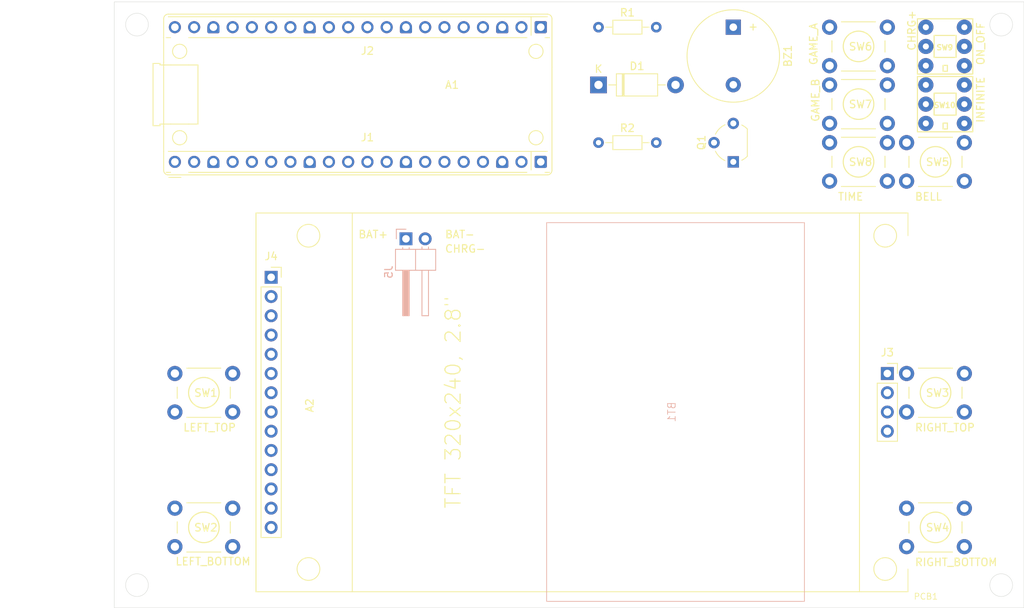
<source format=kicad_pcb>
(kicad_pcb (version 20241229) (generator "pcbnew") (generator_version "9.0")
  (layers (0 "F.Cu" signal) (4 "In1.Cu" signal) (6 "In2.Cu" signal) (8 "In3.Cu" signal) (10 "In4.Cu" signal) (12 "In5.Cu" signal) (14 "In6.Cu" signal) (16 "In7.Cu" signal) (18 "In8.Cu" signal) (2 "B.Cu" signal) (13 "F.Paste" user) (15 "B.Paste" user) (5 "F.SilkS" user "F.Silkscreen") (7 "B.SilkS" user "B.Silkscreen") (1 "F.Mask" user) (3 "B.Mask" user) (25 "Edge.Cuts" user))
  (net 0 "")
  (net 2 "Net-(BZ1--)")
  (net 6 "Net-(BZ1-+)")
  (net 7 "Net-(D1-A)")
  (net 8 "/VSYS")
  (net 9 "/COL_1")
  (net 11 "/COL_2")
  (net 15 "/COL_4")
  (net 16 "/COL_3")
  (net 17 "/ROW_1")
  (net 18 "/INFINITE")
  (net 20 "/ROW_2")
  (net 23 "/BUZZER")
  (net 24 "/D{slash}C")
  (net 29 "+3V3")
  (net 31 "/SCK")
  (net 38 "/MOSI")
  (net 39 "/RST")
  (net 41 "/CS")
  (net 43 "GND")
  (net 45 "Net-(Q1-B)")
  (net 49 "/BAT+")
  (net 50 "/Charger+")
  (footprint "MyDIY:MSP_2807" (layer "F.Cu") (at 98.3325 86.720968 -90)
    (property "Reference" "A2" (at 0.321532 35.92 270) (layer "F.SilkS"))
    (property "Value" "MSP2806")
    (fp_line (start -25.078468 43) (end 24.921532 43) (stroke (width 0.1)) (layer "F.SilkS"))
    (fp_line (start -25.078468 43) (end 24.921532 43) (stroke (width 0.12)) (layer "F.SilkS"))
    (fp_line (start 24.921532 43) (end 24.921532 -43) (stroke (width 0.12)) (layer "F.SilkS"))
    (fp_line (start -25.078468 30.3) (end 24.921532 30.3) (stroke (width 0.12)) (layer "F.SilkS"))
    (fp_line (start -25.078468 -36.6) (end 24.921532 -36.6) (stroke (width 0.12)) (layer "F.SilkS"))
    (fp_line (start -25.078468 -43) (end -25.078468 43) (stroke (width 0.12)) (layer "F.SilkS"))
    (fp_line (start -25.078468 -43) (end -22.078468 -43) (stroke (width 0.1)) (layer "F.SilkS"))
    (fp_line (start 24.921532 -43) (end 21.921532 -43) (stroke (width 0.1)) (layer "F.SilkS"))
    (fp_circle (center -22.078468 36.08) (end -20.578468 36.08) (stroke (width 0.12)) (fill no) (layer "F.SilkS"))
    (fp_circle (center 21.921532 36.08) (end 23.421532 36.08) (stroke (width 0.12)) (fill no) (layer "F.SilkS"))
    (fp_circle (center -22.078468 -40) (end -20.578468 -40) (stroke (width 0.12)) (fill no) (layer "F.SilkS"))
    (fp_circle (center 21.921532 -40) (end 23.421532 -40) (stroke (width 0.12)) (fill no) (layer "F.SilkS"))
    (fp_text user "TFT 320x240, 2.8\"" (at -0.078468 16.997 270) (layer "F.SilkS") (effects (font (size 2 2))))
  )
  (footprint "MyDIY:SW_PUSH_BB_6mm" (layer "F.Cu") (at 148.7725 105.4025)
    (property "Reference" "SW4" (at -3.53 -2.23 0) (layer "F.SilkS"))
    (property "Value" "SPST-NO 6x6mm")
    (fp_line (start -7.31 -3) (end -7.31 -1.5) (stroke (width 0.12)) (layer "F.SilkS"))
    (fp_line (start -6.06 1) (end -1.56 1) (stroke (width 0.12)) (layer "F.SilkS"))
    (fp_line (start -1.56 -5.5) (end -6.06 -5.5) (stroke (width 0.12)) (layer "F.SilkS"))
    (fp_line (start -0.31 -1.5) (end -0.31 -3) (stroke (width 0.12)) (layer "F.SilkS"))
    (fp_circle (center -3.8 -2.254436) (end -5.8 -2.004436) (stroke (width 0.15)) (fill no) (layer "F.SilkS"))
    (fp_text user "${Title}" (at -6.59 2.93 0) (layer "F.SilkS") (effects (font (thickness 0.15) (bold yes)) (justify left bottom)))
    (pad "" thru_hole circle (at -7.62 -4.79 90) (size 2 2) (drill 1.1) (layers "*.Cu" "*.Mask"))
    (pad "" thru_hole circle (at 0 0.29 90) (size 2 2) (drill 1.1) (layers "*.Cu" "*.Mask"))
    (pad "1" thru_hole circle (at 0 -4.79 90) (size 2 2) (drill 1.1) (layers "*.Cu" "*.Mask") (net 17 "/ROW_1"))
    (pad "2" thru_hole circle (at -7.62 0.29 90) (size 2 2) (drill 1.1) (layers "*.Cu" "*.Mask") (net 15 "/COL_4"))
  )
  (footprint "MyDIY:SW_DPDT_XLX" (layer "F.Cu") (at 146.2325 39.6525 -90)
    (property "Reference" "SW9" (hide yes))
    (property "Value" "SW_DPDT_x2" (hide yes))
    (fp_rect (start 2.5 -0.3) (end 3.28 0.27) (stroke (width 0.15)) (fill no) (layer "F.SilkS"))
    (fp_rect (start -1.45 -1.45) (end 1.45 1.45) (stroke (width 0.15)) (fill no) (layer "F.SilkS"))
    (fp_rect (start -3.65 -3.65) (end 3.65 3.65) (stroke (width 0.15)) (fill no) (layer "F.SilkS"))
    (fp_text user "${Title}" (at 2.54 -5.27 90) (layer "F.SilkS") (effects (justify left bottom)))
    (fp_text user "${REFERENCE}" (at 0.14 0.05 0) (layer "F.SilkS") (effects (font (size 0.7 0.7))))
    (pad "1" thru_hole circle (at -2.54 2.54 270) (size 2 2) (drill 0.8) (layers "*.Cu" "*.Mask"))
    (pad "2" thru_hole circle (at 0 2.54 270) (size 2 2) (drill 0.8) (layers "*.Cu" "*.Mask") (net 50 "/Charger+"))
    (pad "3" thru_hole circle (at 2.54 2.54 270) (size 2 2) (drill 0.8) (layers "*.Cu" "*.Mask") (net 7 "Net-(D1-A)"))
    (pad "4" thru_hole circle (at -2.54 -2.54 270) (size 2 2) (drill 0.8) (layers "*.Cu" "*.Mask"))
    (pad "5" thru_hole circle (at 0 -2.54 270) (size 2 2) (drill 0.8) (layers "*.Cu" "*.Mask"))
    (pad "6" thru_hole circle (at 2.54 -2.54 270) (size 2 2) (drill 0.8) (layers "*.Cu" "*.Mask"))
  )
  (footprint "MyDIY:SW_PUSH_BB_6mm" (layer "F.Cu") (at 52.2525 87.6225)
    (property "Reference" "SW1" (at -3.53 -2.23 0) (layer "F.SilkS"))
    (property "Value" "SPST-NO 6x6mm")
    (fp_line (start -7.31 -3) (end -7.31 -1.5) (stroke (width 0.12)) (layer "F.SilkS"))
    (fp_line (start -6.06 1) (end -1.56 1) (stroke (width 0.12)) (layer "F.SilkS"))
    (fp_line (start -1.56 -5.5) (end -6.06 -5.5) (stroke (width 0.12)) (layer "F.SilkS"))
    (fp_line (start -0.31 -1.5) (end -0.31 -3) (stroke (width 0.12)) (layer "F.SilkS"))
    (fp_circle (center -3.8 -2.254436) (end -5.8 -2.004436) (stroke (width 0.15)) (fill no) (layer "F.SilkS"))
    (fp_text user "${Title}" (at -6.59 2.93 0) (layer "F.SilkS") (effects (font (thickness 0.15) (bold yes)) (justify left bottom)))
    (pad "" thru_hole circle (at -7.62 -4.79 90) (size 2 2) (drill 1.1) (layers "*.Cu" "*.Mask"))
    (pad "" thru_hole circle (at 0 0.29 90) (size 2 2) (drill 1.1) (layers "*.Cu" "*.Mask"))
    (pad "1" thru_hole circle (at 0 -4.79 90) (size 2 2) (drill 1.1) (layers "*.Cu" "*.Mask") (net 17 "/ROW_1"))
    (pad "2" thru_hole circle (at -7.62 0.29 90) (size 2 2) (drill 1.1) (layers "*.Cu" "*.Mask") (net 9 "/COL_1"))
  )
  (footprint "Resistor_THT:R_Axial_DIN0204_L3.6mm_D1.6mm_P7.62mm_Horizontal" (layer "F.Cu") (at 100.5125 37.1125)
    (property "Reference" "R1" (at 3.81 -1.92 0) (layer "F.SilkS"))
    (property "Value" "1K")
    (fp_line (start 0.94 0) (end 1.89 0) (stroke (width 0.12)) (layer "F.SilkS"))
    (fp_line (start 1.89 -0.92) (end 1.89 0.92) (stroke (width 0.12)) (layer "F.SilkS"))
    (fp_line (start 1.89 0.92) (end 5.73 0.92) (stroke (width 0.12)) (layer "F.SilkS"))
    (fp_line (start 5.73 -0.92) (end 1.89 -0.92) (stroke (width 0.12)) (layer "F.SilkS"))
    (fp_line (start 5.73 0.92) (end 5.73 -0.92) (stroke (width 0.12)) (layer "F.SilkS"))
    (fp_line (start 6.68 0) (end 5.73 0) (stroke (width 0.12)) (layer "F.SilkS"))
    (pad "1" thru_hole circle (at 0 0) (size 1.4 1.4) (drill 0.7) (layers "*.Cu" "*.Mask") (net 23 "/BUZZER"))
    (pad "2" thru_hole oval (at 7.62 0) (size 1.4 1.4) (drill 0.7) (layers "*.Cu" "*.Mask") (net 45 "Net-(Q1-B)"))
  )
  (footprint "Resistor_THT:R_Axial_DIN0204_L3.6mm_D1.6mm_P7.62mm_Horizontal" (layer "F.Cu") (at 100.5125 52.3525)
    (property "Reference" "R2" (at 3.81 -1.92 0) (layer "F.SilkS"))
    (property "Value" "100")
    (fp_line (start 0.94 0) (end 1.89 0) (stroke (width 0.12)) (layer "F.SilkS"))
    (fp_line (start 1.89 -0.92) (end 1.89 0.92) (stroke (width 0.12)) (layer "F.SilkS"))
    (fp_line (start 1.89 0.92) (end 5.73 0.92) (stroke (width 0.12)) (layer "F.SilkS"))
    (fp_line (start 5.73 -0.92) (end 1.89 -0.92) (stroke (width 0.12)) (layer "F.SilkS"))
    (fp_line (start 5.73 0.92) (end 5.73 -0.92) (stroke (width 0.12)) (layer "F.SilkS"))
    (fp_line (start 6.68 0) (end 5.73 0) (stroke (width 0.12)) (layer "F.SilkS"))
    (pad "1" thru_hole circle (at 0 0) (size 1.4 1.4) (drill 0.7) (layers "*.Cu" "*.Mask") (net 29 "+3V3"))
    (pad "2" thru_hole oval (at 7.62 0) (size 1.4 1.4) (drill 0.7) (layers "*.Cu" "*.Mask") (net 6 "Net-(BZ1-+)"))
  )
  (footprint "MyDIY:SW_PUSH_BB_6mm" (layer "F.Cu") (at 52.2525 105.4025)
    (property "Reference" "SW2" (at -3.53 -2.23 0) (layer "F.SilkS"))
    (property "Value" "SPST-NO 6x6mm")
    (fp_line (start -7.31 -3) (end -7.31 -1.5) (stroke (width 0.12)) (layer "F.SilkS"))
    (fp_line (start -6.06 1) (end -1.56 1) (stroke (width 0.12)) (layer "F.SilkS"))
    (fp_line (start -1.56 -5.5) (end -6.06 -5.5) (stroke (width 0.12)) (layer "F.SilkS"))
    (fp_line (start -0.31 -1.5) (end -0.31 -3) (stroke (width 0.12)) (layer "F.SilkS"))
    (fp_circle (center -3.8 -2.254436) (end -5.8 -2.004436) (stroke (width 0.15)) (fill no) (layer "F.SilkS"))
    (fp_text user "${Title}" (at -7.62 2.83 0) (layer "F.SilkS") (effects (font (thickness 0.15) (bold yes)) (justify left bottom)))
    (pad "" thru_hole circle (at -7.62 -4.79 90) (size 2 2) (drill 1.1) (layers "*.Cu" "*.Mask"))
    (pad "" thru_hole circle (at 0 0.29 90) (size 2 2) (drill 1.1) (layers "*.Cu" "*.Mask"))
    (pad "1" thru_hole circle (at 0 -4.79 90) (size 2 2) (drill 1.1) (layers "*.Cu" "*.Mask") (net 17 "/ROW_1"))
    (pad "2" thru_hole circle (at -7.62 0.29 90) (size 2 2) (drill 1.1) (layers "*.Cu" "*.Mask") (net 11 "/COL_2"))
  )
  (footprint "MyDIY:MSP_2807_Socket_A" (layer "F.Cu") (at 138.6125 82.8325)
    (property "Reference" "J3" (at 0 -2.77 0) (layer "F.SilkS"))
    (property "Value" "MSP2806 Socket A")
    (fp_line (start -1.33 1.27) (end -1.33 8.95) (stroke (width 0.12)) (layer "F.SilkS"))
    (fp_line (start -1.33 1.27) (end 1.33 1.27) (stroke (width 0.12)) (layer "F.SilkS"))
    (fp_line (start -1.33 8.95) (end 1.33 8.95) (stroke (width 0.12)) (layer "F.SilkS"))
    (fp_line (start 0 -1.33) (end 1.33 -1.33) (stroke (width 0.12)) (layer "F.SilkS"))
    (fp_line (start 1.33 -1.33) (end 1.33 0) (stroke (width 0.12)) (layer "F.SilkS"))
    (fp_line (start 1.33 1.27) (end 1.33 8.95) (stroke (width 0.12)) (layer "F.SilkS"))
    (pad "1" thru_hole rect (at 0 0) (size 1.7 1.7) (drill 1) (layers "*.Cu" "*.Mask"))
    (pad "2" thru_hole circle (at 0 2.54) (size 1.7 1.7) (drill 1) (layers "*.Cu" "*.Mask"))
    (pad "3" thru_hole circle (at 0 5.08) (size 1.7 1.7) (drill 1) (layers "*.Cu" "*.Mask"))
    (pad "4" thru_hole circle (at 0 7.62) (size 1.7 1.7) (drill 1) (layers "*.Cu" "*.Mask"))
  )
  (footprint "MyDIY:SW_PUSH_BB_6mm" (layer "F.Cu") (at 148.7725 87.6225)
    (property "Reference" "SW3" (at -3.53 -2.23 0) (layer "F.SilkS"))
    (property "Value" "SPST-NO 6x6mm")
    (fp_line (start -7.31 -3) (end -7.31 -1.5) (stroke (width 0.12)) (layer "F.SilkS"))
    (fp_line (start -6.06 1) (end -1.56 1) (stroke (width 0.12)) (layer "F.SilkS"))
    (fp_line (start -1.56 -5.5) (end -6.06 -5.5) (stroke (width 0.12)) (layer "F.SilkS"))
    (fp_line (start -0.31 -1.5) (end -0.31 -3) (stroke (width 0.12)) (layer "F.SilkS"))
    (fp_circle (center -3.8 -2.254436) (end -5.8 -2.004436) (stroke (width 0.15)) (fill no) (layer "F.SilkS"))
    (fp_text user "${Title}" (at -6.59 2.93 0) (layer "F.SilkS") (effects (font (thickness 0.15) (bold yes)) (justify left bottom)))
    (pad "" thru_hole circle (at -7.62 -4.79 90) (size 2 2) (drill 1.1) (layers "*.Cu" "*.Mask"))
    (pad "" thru_hole circle (at 0 0.29 90) (size 2 2) (drill 1.1) (layers "*.Cu" "*.Mask"))
    (pad "1" thru_hole circle (at 0 -4.79 90) (size 2 2) (drill 1.1) (layers "*.Cu" "*.Mask") (net 17 "/ROW_1"))
    (pad "2" thru_hole circle (at -7.62 0.29 90) (size 2 2) (drill 1.1) (layers "*.Cu" "*.Mask") (net 16 "/COL_3"))
  )
  (footprint "Module_RaspberryPi_Pico:RaspberryPi_Pico_PinSocket_1x20_P2.54mm_Vertical" (layer "F.Cu") (at 92.8925 37.1125 -90)
    (property "Reference" "J2" (at 2.54 22.86 0) (layer "F.SilkS") (effects (justify top)))
    (property "Value" "Pico_Socket_B")
    (fp_line (start 1.38 49.42) (end 1.38 48.82648) (stroke (width 0.12)) (layer "F.SilkS"))
    (fp_line (start 1.38 1.82648) (end 1.38 46.43352) (stroke (width 0.12)) (layer "F.SilkS"))
    (fp_line (start -1.38 1.27) (end 1.07052 1.27) (stroke (width 0.12)) (layer "F.SilkS"))
    (fp_line (start -1.38 -0.87) (end -1.38 49.13) (stroke (width 0.12)) (layer "F.SilkS"))
    (fp_line (start 1.38 -1.16) (end 1.38 -0.56648) (stroke (width 0.12)) (layer "F.SilkS"))
    (pad "1" thru_hole roundrect (at 0 0 270) (size 1.6 1.6) (drill 1) (layers "*.Cu" "*.Mask") (roundrect_rratio 0.125))
    (pad "2" thru_hole circle (at 0 2.54 270) (size 1.6 1.6) (drill 1) (layers "*.Cu" "*.Mask") (net 41 "/CS"))
    (pad "3" thru_hole custom (at 0 5.08 270) (size 1.6 1.6) (drill 1) (layers "*.Cu" "*.Mask") (net 43 "GND") (options (clearance outline) (anchor circle)) (primitives (gr_poly (pts (xy 0.8 0.6) (xy 0.8 -0.6) (xy 0.6 -0.8) (xy 0 -0.8) (xy 0 0.8) (xy 0.6 0.8)) (width 0) (fill yes)) (gr_circle (center 0.6 0.6) (end 0.8 0.6) (width 0) (fill yes)) (gr_circle (center 0.6 -0.6) (end 0.8 -0.6) (width 0) (fill yes))))
    (pad "4" thru_hole circle (at 0 7.62 270) (size 1.6 1.6) (drill 1) (layers "*.Cu" "*.Mask") (net 31 "/SCK"))
    (pad "5" thru_hole circle (at 0 10.16 270) (size 1.6 1.6) (drill 1) (layers "*.Cu" "*.Mask") (net 38 "/MOSI"))
    (pad "6" thru_hole circle (at 0 12.7 270) (size 1.6 1.6) (drill 1) (layers "*.Cu" "*.Mask") (net 39 "/RST"))
    (pad "7" thru_hole circle (at 0 15.24 270) (size 1.6 1.6) (drill 1) (layers "*.Cu" "*.Mask") (net 24 "/D{slash}C"))
    (pad "8" thru_hole custom (at 0 17.78 270) (size 1.6 1.6) (drill 1) (layers "*.Cu" "*.Mask") (net 43 "GND") (options (clearance outline) (anchor circle)) (primitives (gr_poly (pts (xy 0.8 0.6) (xy 0.8 -0.6) (xy 0.6 -0.8) (xy 0 -0.8) (xy 0 0.8) (xy 0.6 0.8)) (width 0) (fill yes)) (gr_circle (center 0.6 0.6) (end 0.8 0.6) (width 0) (fill yes)) (gr_circle (center 0.6 -0.6) (end 0.8 -0.6) (width 0) (fill yes))))
    (pad "9" thru_hole circle (at 0 20.32 270) (size 1.6 1.6) (drill 1) (layers "*.Cu" "*.Mask"))
    (pad "10" thru_hole circle (at 0 22.86 270) (size 1.6 1.6) (drill 1) (layers "*.Cu" "*.Mask"))
    (pad "11" thru_hole circle (at 0 25.4 270) (size 1.6 1.6) (drill 1) (layers "*.Cu" "*.Mask"))
    (pad "12" thru_hole circle (at 0 27.94 270) (size 1.6 1.6) (drill 1) (layers "*.Cu" "*.Mask"))
    (pad "13" thru_hole custom (at 0 30.48 270) (size 1.6 1.6) (drill 1) (layers "*.Cu" "*.Mask") (options (clearance outline) (anchor circle)) (primitives (gr_poly (pts (xy 0.8 0.6) (xy 0.8 -0.6) (xy 0.6 -0.8) (xy 0 -0.8) (xy 0 0.8) (xy 0.6 0.8)) (width 0) (fill yes)) (gr_circle (center 0.6 0.6) (end 0.8 0.6) (width 0) (fill yes)) (gr_circle (center 0.6 -0.6) (end 0.8 -0.6) (width 0) (fill yes))))
    (pad "14" thru_hole circle (at 0 33.02 270) (size 1.6 1.6) (drill 1) (layers "*.Cu" "*.Mask"))
    (pad "15" thru_hole circle (at 0 35.56 270) (size 1.6 1.6) (drill 1) (layers "*.Cu" "*.Mask"))
    (pad "16" thru_hole circle (at 0 38.1 270) (size 1.6 1.6) (drill 1) (layers "*.Cu" "*.Mask") (net 29 "+3V3"))
    (pad "17" thru_hole circle (at 0 40.64 270) (size 1.6 1.6) (drill 1) (layers "*.Cu" "*.Mask"))
    (pad "18" thru_hole custom (at 0 43.18 270) (size 1.6 1.6) (drill 1) (layers "*.Cu" "*.Mask") (net 43 "GND") (options (clearance outline) (anchor circle)) (primitives (gr_poly (pts (xy 0.8 0.6) (xy 0.8 -0.6) (xy 0.6 -0.8) (xy 0 -0.8) (xy 0 0.8) (xy 0.6 0.8)) (width 0) (fill yes)) (gr_circle (center 0.6 0.6) (end 0.8 0.6) (width 0) (fill yes)) (gr_circle (center 0.6 -0.6) (end 0.8 -0.6) (width 0) (fill yes))))
    (pad "19" thru_hole circle (at 0 45.72 270) (size 1.6 1.6) (drill 1) (layers "*.Cu" "*.Mask") (net 8 "/VSYS"))
    (pad "20" thru_hole circle (at 0 48.26 270) (size 1.6 1.6) (drill 1) (layers "*.Cu" "*.Mask"))
  )
  (footprint "MyDIY:SW_PUSH_BB_6mm" (layer "F.Cu") (at 148.7725 57.1425)
    (property "Reference" "SW5" (at -3.53 -2.23 0) (layer "F.SilkS"))
    (property "Value" "SPST-NO 6x6mm")
    (fp_line (start -7.31 -3) (end -7.31 -1.5) (stroke (width 0.12)) (layer "F.SilkS"))
    (fp_line (start -6.06 1) (end -1.56 1) (stroke (width 0.12)) (layer "F.SilkS"))
    (fp_line (start -1.56 -5.5) (end -6.06 -5.5) (stroke (width 0.12)) (layer "F.SilkS"))
    (fp_line (start -0.31 -1.5) (end -0.31 -3) (stroke (width 0.12)) (layer "F.SilkS"))
    (fp_circle (center -3.8 -2.254436) (end -5.8 -2.004436) (stroke (width 0.15)) (fill no) (layer "F.SilkS"))
    (fp_text user "${Title}" (at -6.59 2.93 0) (layer "F.SilkS") (effects (font (thickness 0.15) (bold yes)) (justify left bottom)))
    (pad "" thru_hole circle (at -7.62 -4.79 90) (size 2 2) (drill 1.1) (layers "*.Cu" "*.Mask"))
    (pad "" thru_hole circle (at 0 0.29 90) (size 2 2) (drill 1.1) (layers "*.Cu" "*.Mask"))
    (pad "1" thru_hole circle (at 0 -4.79 90) (size 2 2) (drill 1.1) (layers "*.Cu" "*.Mask") (net 20 "/ROW_2"))
    (pad "2" thru_hole circle (at -7.62 0.29 90) (size 2 2) (drill 1.1) (layers "*.Cu" "*.Mask") (net 9 "/COL_1"))
  )
  (footprint "MyDIY:SW_PUSH_BB_6mm" (layer "F.Cu") (at 138.6125 57.1425)
    (property "Reference" "SW8" (at -3.53 -2.23 0) (layer "F.SilkS"))
    (property "Value" "SPST-NO 6x6mm")
    (fp_line (start -7.31 -3) (end -7.31 -1.5) (stroke (width 0.12)) (layer "F.SilkS"))
    (fp_line (start -6.06 1) (end -1.56 1) (stroke (width 0.12)) (layer "F.SilkS"))
    (fp_line (start -1.56 -5.5) (end -6.06 -5.5) (stroke (width 0.12)) (layer "F.SilkS"))
    (fp_line (start -0.31 -1.5) (end -0.31 -3) (stroke (width 0.12)) (layer "F.SilkS"))
    (fp_circle (center -3.8 -2.254436) (end -5.8 -2.004436) (stroke (width 0.15)) (fill no) (layer "F.SilkS"))
    (fp_text user "${Title}" (at -6.59 2.93 0) (layer "F.SilkS") (effects (font (thickness 0.15) (bold yes)) (justify left bottom)))
    (pad "" thru_hole circle (at -7.62 -4.79 90) (size 2 2) (drill 1.1) (layers "*.Cu" "*.Mask"))
    (pad "" thru_hole circle (at 0 0.29 90) (size 2 2) (drill 1.1) (layers "*.Cu" "*.Mask"))
    (pad "1" thru_hole circle (at 0 -4.79 90) (size 2 2) (drill 1.1) (layers "*.Cu" "*.Mask") (net 20 "/ROW_2"))
    (pad "2" thru_hole circle (at -7.62 0.29 90) (size 2 2) (drill 1.1) (layers "*.Cu" "*.Mask") (net 15 "/COL_4"))
  )
  (footprint "Module_RaspberryPi_Pico:RaspberryPi_Pico_PinSocket_1x20_P2.54mm_Vertical" (layer "F.Cu") (at 92.8925 54.8925 -90)
    (property "Reference" "J1" (at -3.81 22.86 0) (layer "F.SilkS") (effects (justify top)))
    (property "Value" "Pico_Socket_A")
    (fp_line (start 1.38 49.42) (end 1.38 48.82648) (stroke (width 0.12)) (layer "F.SilkS"))
    (fp_line (start 1.38 1.82648) (end 1.38 46.43352) (stroke (width 0.12)) (layer "F.SilkS"))
    (fp_line (start -1.38 1.27) (end 1.07052 1.27) (stroke (width 0.12)) (layer "F.SilkS"))
    (fp_line (start -1.38 -0.87) (end -1.38 49.13) (stroke (width 0.12)) (layer "F.SilkS"))
    (fp_line (start 1.38 -1.16) (end 1.38 -0.56648) (stroke (width 0.12)) (layer "F.SilkS"))
    (pad "1" thru_hole roundrect (at 0 0 270) (size 1.6 1.6) (drill 1) (layers "*.Cu" "*.Mask") (roundrect_rratio 0.125))
    (pad "2" thru_hole circle (at 0 2.54 270) (size 1.6 1.6) (drill 1) (layers "*.Cu" "*.Mask"))
    (pad "3" thru_hole custom (at 0 5.08 270) (size 1.6 1.6) (drill 1) (layers "*.Cu" "*.Mask") (net 43 "GND") (options (clearance outline) (anchor circle)) (primitives (gr_poly (pts (xy 0.8 0.6) (xy 0.8 -0.6) (xy 0.6 -0.8) (xy 0 -0.8) (xy 0 0.8) (xy 0.6 0.8)) (width 0) (fill yes)) (gr_circle (center 0.6 0.6) (end 0.8 0.6) (width 0) (fill yes)) (gr_circle (center 0.6 -0.6) (end 0.8 -0.6) (width 0) (fill yes))))
    (pad "4" thru_hole circle (at 0 7.62 270) (size 1.6 1.6) (drill 1) (layers "*.Cu" "*.Mask"))
    (pad "5" thru_hole circle (at 0 10.16 270) (size 1.6 1.6) (drill 1) (layers "*.Cu" "*.Mask"))
    (pad "6" thru_hole circle (at 0 12.7 270) (size 1.6 1.6) (drill 1) (layers "*.Cu" "*.Mask"))
    (pad "7" thru_hole circle (at 0 15.24 270) (size 1.6 1.6) (drill 1) (layers "*.Cu" "*.Mask"))
    (pad "8" thru_hole custom (at 0 17.78 270) (size 1.6 1.6) (drill 1) (layers "*.Cu" "*.Mask") (net 43 "GND") (options (clearance outline) (anchor circle)) (primitives (gr_poly (pts (xy 0.8 0.6) (xy 0.8 -0.6) (xy 0.6 -0.8) (xy 0 -0.8) (xy 0 0.8) (xy 0.6 0.8)) (width 0) (fill yes)) (gr_circle (center 0.6 0.6) (end 0.8 0.6) (width 0) (fill yes)) (gr_circle (center 0.6 -0.6) (end 0.8 -0.6) (width 0) (fill yes))))
    (pad "9" thru_hole circle (at 0 20.32 270) (size 1.6 1.6) (drill 1) (layers "*.Cu" "*.Mask") (net 17 "/ROW_1"))
    (pad "10" thru_hole circle (at 0 22.86 270) (size 1.6 1.6) (drill 1) (layers "*.Cu" "*.Mask") (net 20 "/ROW_2"))
    (pad "11" thru_hole circle (at 0 25.4 270) (size 1.6 1.6) (drill 1) (layers "*.Cu" "*.Mask") (net 18 "/INFINITE"))
    (pad "12" thru_hole circle (at 0 27.94 270) (size 1.6 1.6) (drill 1) (layers "*.Cu" "*.Mask"))
    (pad "13" thru_hole custom (at 0 30.48 270) (size 1.6 1.6) (drill 1) (layers "*.Cu" "*.Mask") (net 43 "GND") (options (clearance outline) (anchor circle)) (primitives (gr_poly (pts (xy 0.8 0.6) (xy 0.8 -0.6) (xy 0.6 -0.8) (xy 0 -0.8) (xy 0 0.8) (xy 0.6 0.8)) (width 0) (fill yes)) (gr_circle (center 0.6 0.6) (end 0.8 0.6) (width 0) (fill yes)) (gr_circle (center 0.6 -0.6) (end 0.8 -0.6) (width 0) (fill yes))))
    (pad "14" thru_hole circle (at 0 33.02 270) (size 1.6 1.6) (drill 1) (layers "*.Cu" "*.Mask") (net 9 "/COL_1"))
    (pad "15" thru_hole circle (at 0 35.56 270) (size 1.6 1.6) (drill 1) (layers "*.Cu" "*.Mask") (net 11 "/COL_2"))
    (pad "16" thru_hole circle (at 0 38.1 270) (size 1.6 1.6) (drill 1) (layers "*.Cu" "*.Mask") (net 16 "/COL_3"))
    (pad "17" thru_hole circle (at 0 40.64 270) (size 1.6 1.6) (drill 1) (layers "*.Cu" "*.Mask") (net 15 "/COL_4"))
    (pad "18" thru_hole custom (at 0 43.18 270) (size 1.6 1.6) (drill 1) (layers "*.Cu" "*.Mask") (net 43 "GND") (options (clearance outline) (anchor circle)) (primitives (gr_poly (pts (xy 0.8 0.6) (xy 0.8 -0.6) (xy 0.6 -0.8) (xy 0 -0.8) (xy 0 0.8) (xy 0.6 0.8)) (width 0) (fill yes)) (gr_circle (center 0.6 0.6) (end 0.8 0.6) (width 0) (fill yes)) (gr_circle (center 0.6 -0.6) (end 0.8 -0.6) (width 0) (fill yes))))
    (pad "19" thru_hole circle (at 0 45.72 270) (size 1.6 1.6) (drill 1) (layers "*.Cu" "*.Mask"))
    (pad "20" thru_hole circle (at 0 48.26 270) (size 1.6 1.6) (drill 1) (layers "*.Cu" "*.Mask") (net 23 "/BUZZER"))
  )
  (footprint "MyDIY:Perfboard_120x80mm_1260_Holes" (layer "F.Cu") (at 36.6325 33.7725)
    (property "Reference" "PCB1" (at 107.06 78.5 0) (layer "F.SilkS") (effects (font (size 0.8 0.8) (thickness 0.1))))
    (property "Value" "Perfboard 120x80")
    (fp_rect (start 0 0) (end 120 80) (stroke (width 0.05)) (fill no) (layer "Edge.Cuts"))
    (fp_circle (center 3 3) (end 4.5 3) (stroke (width 0.05)) (fill no) (layer "Edge.Cuts"))
    (fp_circle (center 3 77) (end 4.5 77) (stroke (width 0.05)) (fill no) (layer "Edge.Cuts"))
    (fp_circle (center 117 3) (end 118.5 3) (stroke (width 0.05)) (fill no) (layer "Edge.Cuts"))
    (fp_circle (center 117 77) (end 118.5 77) (stroke (width 0.05)) (fill no) (layer "Edge.Cuts"))
  )
  (footprint "Package_TO_SOT_THT:TO-92_Wide" (layer "F.Cu") (at 118.2925 54.8925 90)
    (property "Reference" "Q1" (at 2.55 -4.19 90) (layer "F.SilkS"))
    (property "Value" "2N2222")
    (fp_line (start 0.74 1.85) (end 4.34 1.85) (stroke (width 0.12)) (layer "F.SilkS"))
    (fp_arc (start 3.65 -2.35) (mid 4.382279 -1.833196) (end 4.895458 -1.098371) (stroke (width 0.12)) (layer "F.SilkS"))
    (fp_arc (start 0.172801 -1.103842) (mid 0.678995 -1.832692) (end 1.4 -2.35) (stroke (width 0.12)) (layer "F.SilkS"))
    (fp_arc (start 4.864184 1.122795) (mid 4.633903 1.509328) (end 4.34 1.85) (stroke (width 0.12)) (layer "F.SilkS"))
    (fp_arc (start 0.74 1.85) (mid 0.446097 1.509328) (end 0.215816 1.122795) (stroke (width 0.12)) (layer "F.SilkS"))
    (pad "1" thru_hole rect (at 0 0 90) (size 1.5 1.5) (drill 0.8) (layers "*.Cu" "*.Mask") (net 43 "GND"))
    (pad "2" thru_hole circle (at 2.54 -2.54 90) (size 1.5 1.5) (drill 0.8) (layers "*.Cu" "*.Mask") (net 45 "Net-(Q1-B)"))
    (pad "3" thru_hole circle (at 5.08 0 90) (size 1.5 1.5) (drill 0.8) (layers "*.Cu" "*.Mask") (net 2 "Net-(BZ1--)"))
  )
  (footprint "MyDIY:SW_PUSH_BB_6mm" (layer "F.Cu") (at 138.6125 41.9025)
    (property "Reference" "SW6" (at -3.53 -2.23 0) (layer "F.SilkS"))
    (property "Value" "SPST-NO 6x6mm")
    (fp_line (start -7.31 -3) (end -7.31 -1.5) (stroke (width 0.12)) (layer "F.SilkS"))
    (fp_line (start -6.06 1) (end -1.56 1) (stroke (width 0.12)) (layer "F.SilkS"))
    (fp_line (start -1.56 -5.5) (end -6.06 -5.5) (stroke (width 0.12)) (layer "F.SilkS"))
    (fp_line (start -0.31 -1.5) (end -0.31 -3) (stroke (width 0.12)) (layer "F.SilkS"))
    (fp_circle (center -3.8 -2.254436) (end -5.8 -2.004436) (stroke (width 0.15)) (fill no) (layer "F.SilkS"))
    (fp_text user "${Title}" (at -9.144 0.29 90) (layer "F.SilkS") (effects (font (thickness 0.15) (bold yes)) (justify left bottom)))
    (pad "" thru_hole circle (at -7.62 -4.79 90) (size 2 2) (drill 1.1) (layers "*.Cu" "*.Mask"))
    (pad "" thru_hole circle (at 0 0.29 90) (size 2 2) (drill 1.1) (layers "*.Cu" "*.Mask"))
    (pad "1" thru_hole circle (at 0 -4.79 90) (size 2 2) (drill 1.1) (layers "*.Cu" "*.Mask") (net 20 "/ROW_2"))
    (pad "2" thru_hole circle (at -7.62 0.29 90) (size 2 2) (drill 1.1) (layers "*.Cu" "*.Mask") (net 11 "/COL_2"))
  )
  (footprint "MyDIY:MSP_2807_Socket_B" (layer "F.Cu") (at 57.3325 70.1325)
    (property "Reference" "J4" (at 0 -2.77 0) (layer "F.SilkS"))
    (property "Value" "MSP2806 Socket B")
    (fp_line (start -1.33 1.27) (end -1.33 34.35) (stroke (width 0.12)) (layer "F.SilkS"))
    (fp_line (start -1.33 1.27) (end 1.33 1.27) (stroke (width 0.12)) (layer "F.SilkS"))
    (fp_line (start -1.33 34.35) (end 1.33 34.35) (stroke (width 0.12)) (layer "F.SilkS"))
    (fp_line (start 0 -1.33) (end 1.33 -1.33) (stroke (width 0.12)) (layer "F.SilkS"))
    (fp_line (start 1.33 -1.33) (end 1.33 0) (stroke (width 0.12)) (layer "F.SilkS"))
    (fp_line (start 1.33 1.27) (end 1.33 34.35) (stroke (width 0.12)) (layer "F.SilkS"))
    (pad "1" thru_hole rect (at 0 0) (size 1.7 1.7) (drill 1) (layers "*.Cu" "*.Mask") (net 29 "+3V3"))
    (pad "2" thru_hole circle (at 0 2.54) (size 1.7 1.7) (drill 1) (layers "*.Cu" "*.Mask") (net 43 "GND"))
    (pad "3" thru_hole circle (at 0 5.08) (size 1.7 1.7) (drill 1) (layers "*.Cu" "*.Mask") (net 41 "/CS"))
    (pad "4" thru_hole circle (at 0 7.62) (size 1.7 1.7) (drill 1) (layers "*.Cu" "*.Mask") (net 39 "/RST"))
    (pad "5" thru_hole circle (at 0 10.16) (size 1.7 1.7) (drill 1) (layers "*.Cu" "*.Mask") (net 24 "/D{slash}C"))
    (pad "6" thru_hole circle (at 0 12.7) (size 1.7 1.7) (drill 1) (layers "*.Cu" "*.Mask") (net 38 "/MOSI"))
    (pad "7" thru_hole circle (at 0 15.24) (size 1.7 1.7) (drill 1) (layers "*.Cu" "*.Mask") (net 31 "/SCK"))
    (pad "8" thru_hole circle (at 0 17.78) (size 1.7 1.7) (drill 1) (layers "*.Cu" "*.Mask") (net 29 "+3V3"))
    (pad "9" thru_hole circle (at 0 20.32) (size 1.7 1.7) (drill 1) (layers "*.Cu" "*.Mask"))
    (pad "10" thru_hole circle (at 0 22.86) (size 1.7 1.7) (drill 1) (layers "*.Cu" "*.Mask"))
    (pad "11" thru_hole circle (at 0 25.4) (size 1.7 1.7) (drill 1) (layers "*.Cu" "*.Mask"))
    (pad "12" thru_hole circle (at 0 27.94) (size 1.7 1.7) (drill 1) (layers "*.Cu" "*.Mask"))
    (pad "13" thru_hole circle (at 0 30.48) (size 1.7 1.7) (drill 1) (layers "*.Cu" "*.Mask"))
    (pad "14" thru_hole circle (at 0 33.02) (size 1.7 1.7) (drill 1) (layers "*.Cu" "*.Mask"))
  )
  (footprint "Buzzer_Beeper:Buzzer_12x9.5RM7.6" (layer "F.Cu") (at 118.2925 37.1125 -90)
    (property "Reference" "BZ1" (at 3.8 -7.2 90) (layer "F.SilkS"))
    (property "Value" "Buzzer")
    (fp_circle (center 3.8 0) (end 9.9 0) (stroke (width 0.12)) (fill no) (layer "F.SilkS"))
    (fp_text user "+" (at -0.01 -2.54 90) (layer "F.SilkS"))
    (pad "1" thru_hole rect (at 0 0 270) (size 2 2) (drill 1) (layers "*.Cu" "*.Mask") (net 6 "Net-(BZ1-+)"))
    (pad "2" thru_hole circle (at 7.6 0 270) (size 2 2) (drill 1) (layers "*.Cu" "*.Mask") (net 2 "Net-(BZ1--)"))
  )
  (footprint "Diode_THT:D_DO-41_SOD81_P10.16mm_Horizontal" (layer "F.Cu") (at 100.5125 44.7325)
    (property "Reference" "D1" (at 5.08 -2.47 0) (layer "F.SilkS"))
    (property "Value" "1N5819")
    (fp_line (start 1.34 0) (end 2.36 0) (stroke (width 0.12)) (layer "F.SilkS"))
    (fp_line (start 2.36 -1.47) (end 2.36 1.47) (stroke (width 0.12)) (layer "F.SilkS"))
    (fp_line (start 2.36 1.47) (end 7.8 1.47) (stroke (width 0.12)) (layer "F.SilkS"))
    (fp_line (start 3.14 -1.47) (end 3.14 1.47) (stroke (width 0.12)) (layer "F.SilkS"))
    (fp_line (start 3.26 -1.47) (end 3.26 1.47) (stroke (width 0.12)) (layer "F.SilkS"))
    (fp_line (start 3.38 -1.47) (end 3.38 1.47) (stroke (width 0.12)) (layer "F.SilkS"))
    (fp_line (start 7.8 -1.47) (end 2.36 -1.47) (stroke (width 0.12)) (layer "F.SilkS"))
    (fp_line (start 7.8 1.47) (end 7.8 -1.47) (stroke (width 0.12)) (layer "F.SilkS"))
    (fp_line (start 8.82 0) (end 7.8 0) (stroke (width 0.12)) (layer "F.SilkS"))
    (fp_text user "K" (at 0 -2.1 0) (layer "F.SilkS"))
    (pad "1" thru_hole rect (at 0 0) (size 2.2 2.2) (drill 1.1) (layers "*.Cu" "*.Mask") (net 8 "/VSYS"))
    (pad "2" thru_hole oval (at 10.16 0) (size 2.2 2.2) (drill 1.1) (layers "*.Cu" "*.Mask") (net 7 "Net-(D1-A)"))
  )
  (footprint "MyDIY:SW_DPDT_XLX" (layer "F.Cu") (at 146.2325 47.2725 -90)
    (property "Reference" "SW10" (hide yes))
    (property "Value" "SW_DPDT_x2" (hide yes))
    (fp_rect (start 2.5 -0.3) (end 3.28 0.27) (stroke (width 0.15)) (fill no) (layer "F.SilkS"))
    (fp_rect (start -1.45 -1.45) (end 1.45 1.45) (stroke (width 0.15)) (fill no) (layer "F.SilkS"))
    (fp_rect (start -3.65 -3.65) (end 3.65 3.65) (stroke (width 0.15)) (fill no) (layer "F.SilkS"))
    (fp_text user "${REFERENCE}" (at 0.14 0.05 0) (layer "F.SilkS") (effects (font (size 0.7 0.7))))
    (fp_text user "${Title}" (at 2.54 -5.27 90) (layer "F.SilkS") (effects (justify left bottom)))
    (pad "1" thru_hole circle (at -2.54 2.54 270) (size 2 2) (drill 0.8) (layers "*.Cu" "*.Mask"))
    (pad "2" thru_hole circle (at 0 2.54 270) (size 2 2) (drill 0.8) (layers "*.Cu" "*.Mask") (net 29 "+3V3"))
    (pad "3" thru_hole circle (at 2.54 2.54 270) (size 2 2) (drill 0.8) (layers "*.Cu" "*.Mask") (net 18 "/INFINITE"))
    (pad "4" thru_hole circle (at -2.54 -2.54 270) (size 2 2) (drill 0.8) (layers "*.Cu" "*.Mask"))
    (pad "5" thru_hole circle (at 0 -2.54 270) (size 2 2) (drill 0.8) (layers "*.Cu" "*.Mask"))
    (pad "6" thru_hole circle (at 2.54 -2.54 270) (size 2 2) (drill 0.8) (layers "*.Cu" "*.Mask"))
  )
  (footprint "Module_RaspberryPi_Pico:RaspberryPi_Pico_Original_Virtual" (layer "F.Cu") (at 68.7625 46.0025 90)
    (property "Reference" "A1" (at 1.27 11.43 0) (layer "F.SilkS") (effects (justify left)))
    (property "Value" "RaspberryPi_Pico")
    (fp_line (start 4.11 -27.01) (end 4.11 -26.09) (stroke (width 0.12)) (layer "F.SilkS"))
    (fp_line (start -4.11 -27.01) (end 4.11 -27.01) (stroke (width 0.12)) (layer "F.SilkS"))
    (fp_line (start -4.11 -27.01) (end -4.11 -26.09) (stroke (width 0.12)) (layer "F.SilkS"))
    (fp_line (start 4.11 -26.09) (end 3.9 -26.09) (stroke (width 0.12)) (layer "F.SilkS"))
    (fp_line (start 3.9 -26.09) (end 3.9 -24.694) (stroke (width 0.12)) (layer "F.SilkS"))
    (fp_line (start -3.9 -26.09) (end -3.9 -24.694) (stroke (width 0.12)) (layer "F.SilkS"))
    (fp_line (start -4.11 -26.09) (end -3.9 -26.09) (stroke (width 0.12)) (layer "F.SilkS"))
    (fp_line (start 7.51 -25.61) (end 10 -25.61) (stroke (width 0.12)) (layer "F.SilkS"))
    (fp_line (start 4.235 -25.61) (end 7.51 -25.61) (stroke (width 0.12)) (layer "F.SilkS"))
    (fp_line (start -4.235 -25.61) (end 4.235 -25.61) (stroke (width 0.12)) (layer "F.SilkS"))
    (fp_line (start -7.51 -25.61) (end -4.235 -25.61) (stroke (width 0.12)) (layer "F.SilkS"))
    (fp_line (start -10 -25.61) (end -7.51 -25.61) (stroke (width 0.12)) (layer "F.SilkS"))
    (fp_line (start 10.61 -25) (end 10.61 25) (stroke (width 0.12)) (layer "F.SilkS"))
    (fp_line (start -10.61 -25) (end -10.61 25) (stroke (width 0.12)) (layer "F.SilkS"))
    (fp_line (start 3.9 -24.694) (end 3.9 -22.306) (stroke (width 0.12)) (layer "F.SilkS"))
    (fp_line (start -3.9 -24.694) (end -3.9 -22.306) (stroke (width 0.12)) (layer "F.SilkS"))
    (fp_line (start -10.93 -23.33) (end -10.93 -24.93) (stroke (width 0.12)) (layer "F.SilkS"))
    (fp_line (start 3.9 -22.306) (end 3.9 -21.09) (stroke (width 0.12)) (layer "F.SilkS"))
    (fp_line (start -3.9 -22.306) (end -3.9 -21.09) (stroke (width 0.12)) (layer "F.SilkS"))
    (fp_line (start 3.9 -21.09) (end -3.9 -21.09) (stroke (width 0.12)) (layer "F.SilkS"))
    (fp_line (start 3.6 25.61) (end 10 25.61) (stroke (width 0.12)) (layer "F.SilkS"))
    (fp_line (start 3.6 25.61) (end -3.6 25.61) (stroke (width 0.12)) (layer "F.SilkS"))
    (fp_line (start -10 25.61) (end -3.6 25.61) (stroke (width 0.12)) (layer "F.SilkS"))
    (fp_arc (start 10 -25.61) (mid 10.431335 -25.431335) (end 10.61 -25) (stroke (width 0.12)) (layer "F.SilkS"))
    (fp_arc (start -10.61 -25) (mid -10.431335 -25.431335) (end -10 -25.61) (stroke (width 0.12)) (layer "F.SilkS"))
    (fp_arc (start 10.61 25) (mid 10.431335 25.431335) (end 10 25.61) (stroke (width 0.12)) (layer "F.SilkS"))
    (fp_arc (start -10 25.61) (mid -10.431364 25.431364) (end -10.61 25) (stroke (width 0.12)) (layer "F.SilkS"))
    (fp_circle (center 5.7 -23.5) (end 6.64 -23.5) (stroke (width 0.12)) (fill no) (layer "F.SilkS"))
    (fp_circle (center -5.7 -23.5) (end -4.76 -23.5) (stroke (width 0.12)) (fill no) (layer "F.SilkS"))
    (fp_circle (center 5.7 23.5) (end 6.64 23.5) (stroke (width 0.12)) (fill no) (layer "F.SilkS"))
    (fp_circle (center -5.7 23.5) (end -4.76 23.5) (stroke (width 0.12)) (fill no) (layer "F.SilkS"))
  )
  (footprint "MyDIY:SW_PUSH_BB_6mm" (layer "F.Cu") (at 138.6125 49.5225)
    (property "Reference" "SW7" (at -3.53 -2.23 0) (layer "F.SilkS"))
    (property "Value" "SPST-NO 6x6mm")
    (fp_line (start -7.31 -3) (end -7.31 -1.5) (stroke (width 0.12)) (layer "F.SilkS"))
    (fp_line (start -6.06 1) (end -1.56 1) (stroke (width 0.12)) (layer "F.SilkS"))
    (fp_line (start -1.56 -5.5) (end -6.06 -5.5) (stroke (width 0.12)) (layer "F.SilkS"))
    (fp_line (start -0.31 -1.5) (end -0.31 -3) (stroke (width 0.12)) (layer "F.SilkS"))
    (fp_circle (center -3.8 -2.254436) (end -5.8 -2.004436) (stroke (width 0.15)) (fill no) (layer "F.SilkS"))
    (fp_text user "${Title}" (at -8.89 0.163 90) (layer "F.SilkS") (effects (font (thickness 0.15) (bold yes)) (justify left bottom)))
    (pad "" thru_hole circle (at -7.62 -4.79 90) (size 2 2) (drill 1.1) (layers "*.Cu" "*.Mask"))
    (pad "" thru_hole circle (at 0 0.29 90) (size 2 2) (drill 1.1) (layers "*.Cu" "*.Mask"))
    (pad "1" thru_hole circle (at 0 -4.79 90) (size 2 2) (drill 1.1) (layers "*.Cu" "*.Mask") (net 20 "/ROW_2"))
    (pad "2" thru_hole circle (at -7.62 0.29 90) (size 2 2) (drill 1.1) (layers "*.Cu" "*.Mask") (net 16 "/COL_3"))
  )
  (footprint "MyDIY:LI-Po 503450" (layer "B.Cu") (at 110.6725 87.9125 -90)
    (property "Reference" "BT1" (at 0 0.5 90) (layer "B.SilkS") (effects (font (thickness 0.1)) (justify mirror)))
    (property "Value" "Li-Po Battery 503450")
    (fp_rect (start -25 17) (end 25 -17) (stroke (width 0.1)) (fill no) (layer "B.SilkS"))
  )
  (footprint "Connector_PinHeader_2.54mm:PinHeader_1x02_P2.54mm_Horizontal" (layer "B.Cu") (at 75.1125 65.0525 -90)
    (property "Reference" "J5" (at 4.385 2.27 90) (layer "B.SilkS") (effects (justify mirror)))
    (property "Value" "Conn_01x02_Pin")
    (fp_line (start 1.39 1.38) (end 1.39 -3.92) (stroke (width 0.12)) (layer "B.SilkS"))
    (fp_line (start 4.15 1.38) (end 1.39 1.38) (stroke (width 0.12)) (layer "B.SilkS"))
    (fp_line (start -1.27 1.27) (end 0 1.27) (stroke (width 0.12)) (layer "B.SilkS"))
    (fp_line (start 1.16 0.43) (end 1.39 0.43) (stroke (width 0.12)) (layer "B.SilkS"))
    (fp_line (start -1.27 0) (end -1.27 1.27) (stroke (width 0.12)) (layer "B.SilkS"))
    (fp_line (start 1.16 -0.43) (end 1.39 -0.43) (stroke (width 0.12)) (layer "B.SilkS"))
    (fp_line (start 1.39 -1.27) (end 4.15 -1.27) (stroke (width 0.12)) (layer "B.SilkS"))
    (fp_line (start 1.077358 -2.11) (end 1.39 -2.11) (stroke (width 0.12)) (layer "B.SilkS"))
    (fp_line (start 4.15 -2.11) (end 10.15 -2.11) (stroke (width 0.12)) (layer "B.SilkS"))
    (fp_line (start 10.15 -2.11) (end 10.15 -2.97) (stroke (width 0.12)) (layer "B.SilkS"))
    (fp_line (start 1.077358 -2.97) (end 1.39 -2.97) (stroke (width 0.12)) (layer "B.SilkS"))
    (fp_line (start 10.15 -2.97) (end 4.15 -2.97) (stroke (width 0.12)) (layer "B.SilkS"))
    (fp_line (start 1.39 -3.92) (end 4.15 -3.92) (stroke (width 0.12)) (layer "B.SilkS"))
    (fp_line (start 4.15 -3.92) (end 4.15 1.38) (stroke (width 0.12)) (layer "B.SilkS"))
    (fp_rect (start 4.15 0.43) (end 10.15 -0.43) (stroke (width 0.12)) (fill yes) (layer "B.SilkS"))
    (pad "1" thru_hole rect (at 0 0 270) (size 1.7 1.7) (drill 1) (layers "*.Cu" "*.Mask") (net 49 "/BAT+"))
    (pad "2" thru_hole circle (at 0 -2.54 270) (size 1.7 1.7) (drill 1) (layers "*.Cu" "*.Mask") (net 43 "GND"))
  )
  (gr_text "CHRG+" (at 142.4225 40.2875 90) (layer "F.SilkS") (effects (font (size 1 1)) (justify left bottom)))
  (gr_text "BAT+" (at 68.7625 65.0525 0) (layer "F.SilkS") (effects (font (size 1 1)) (justify left bottom)))
  (gr_text "BAT-" (at 80.1925 65.0525 0) (layer "F.SilkS") (effects (font (size 1 1)) (justify left bottom)))
  (gr_text "CHRG-" (at 80.1925 66.9575 0) (layer "F.SilkS") (effects (font (size 1 1)) (justify left bottom)))
)
</source>
